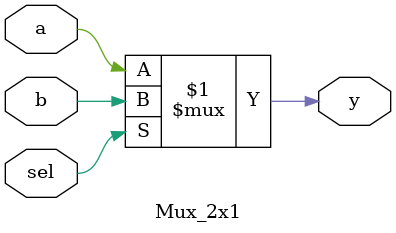
<source format=sv>

module Mux_2x1 (
    input wire a,
    input wire b,
    input wire sel,
    output wire y
);

    assign y = sel ? b : a;
endmodule
</source>
